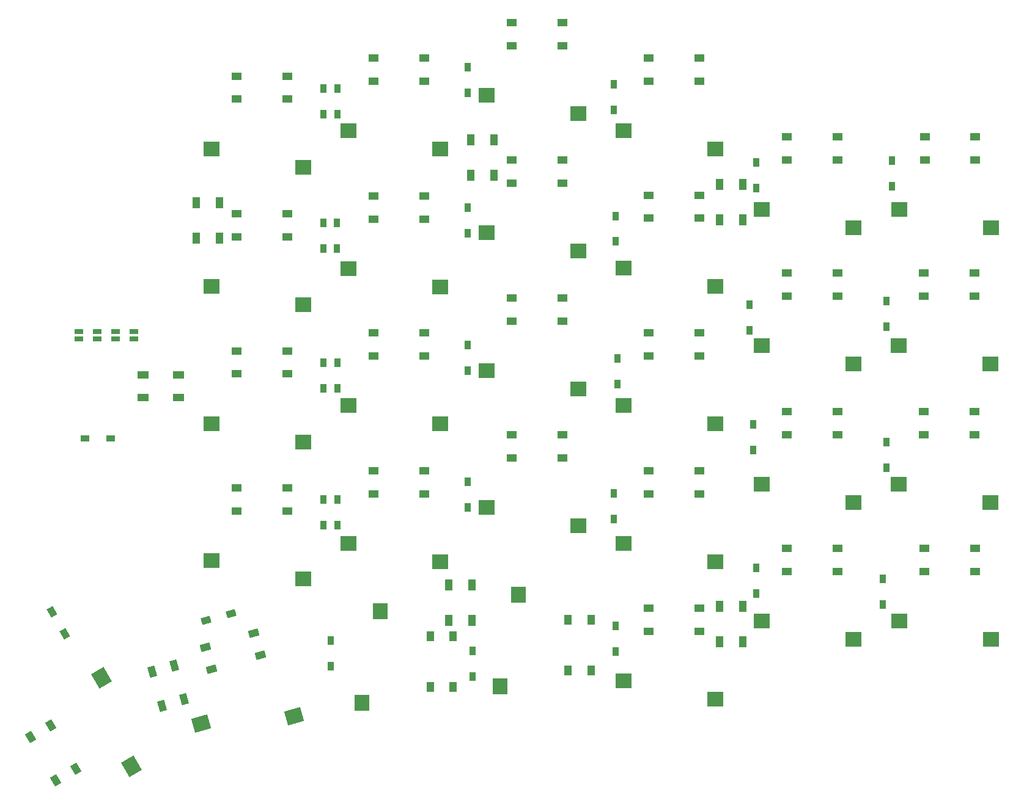
<source format=gtp>
G04 #@! TF.GenerationSoftware,KiCad,Pcbnew,(6.0.10)*
G04 #@! TF.CreationDate,2023-01-19T22:05:10+01:00*
G04 #@! TF.ProjectId,SofleKeyboard,536f666c-654b-4657-9962-6f6172642e6b,rev?*
G04 #@! TF.SameCoordinates,Original*
G04 #@! TF.FileFunction,Paste,Top*
G04 #@! TF.FilePolarity,Positive*
%FSLAX46Y46*%
G04 Gerber Fmt 4.6, Leading zero omitted, Abs format (unit mm)*
G04 Created by KiCad (PCBNEW (6.0.10)) date 2023-01-19 22:05:10*
%MOMM*%
%LPD*%
G01*
G04 APERTURE LIST*
G04 Aperture macros list*
%AMRotRect*
0 Rectangle, with rotation*
0 The origin of the aperture is its center*
0 $1 length*
0 $2 width*
0 $3 Rotation angle, in degrees counterclockwise*
0 Add horizontal line*
21,1,$1,$2,0,0,$3*%
G04 Aperture macros list end*
%ADD10R,1.143000X0.635000*%
%ADD11R,0.950000X1.300000*%
%ADD12R,1.300000X0.950000*%
%ADD13RotRect,1.300000X0.950000X300.000000*%
%ADD14RotRect,1.300000X0.950000X196.000000*%
%ADD15R,1.400000X1.000000*%
%ADD16R,2.300000X2.000000*%
%ADD17RotRect,1.400000X1.000000X300.000000*%
%ADD18RotRect,2.300000X2.000000X120.000000*%
%ADD19R,1.000000X1.400000*%
%ADD20R,2.000000X2.300000*%
%ADD21R,1.000000X1.500000*%
%ADD22RotRect,1.500000X1.000000X106.000000*%
%ADD23R,1.500000X1.000000*%
%ADD24RotRect,1.400000X1.000000X196.000000*%
%ADD25RotRect,2.300000X2.000000X16.000000*%
G04 APERTURE END LIST*
D10*
X102786000Y-77903000D03*
X102786000Y-78903760D03*
X100246000Y-77903000D03*
X100246000Y-78903760D03*
X97665000Y-77903000D03*
X97665000Y-78903760D03*
D11*
X129000000Y-44225000D03*
X129000000Y-47775000D03*
X131000000Y-44225000D03*
X131000000Y-47775000D03*
X149000000Y-41225000D03*
X149000000Y-44775000D03*
X169250000Y-43650000D03*
X169250000Y-47200000D03*
X189000000Y-54475000D03*
X189000000Y-58025000D03*
X207750000Y-54250000D03*
X207750000Y-57800000D03*
X129000000Y-62825000D03*
X129000000Y-66375000D03*
X130900000Y-62825000D03*
X130900000Y-66375000D03*
X149000000Y-60725000D03*
X149000000Y-64275000D03*
X169500000Y-61875000D03*
X169500000Y-65425000D03*
X188000000Y-74225000D03*
X188000000Y-77775000D03*
X207000000Y-73725000D03*
X207000000Y-77275000D03*
X129000000Y-82225000D03*
X129000000Y-85775000D03*
X131000000Y-82225000D03*
X131000000Y-85775000D03*
X149000000Y-79790000D03*
X149000000Y-83340000D03*
X169725000Y-81650000D03*
X169725000Y-85200000D03*
X188500000Y-90825000D03*
X188500000Y-94375000D03*
X207000000Y-93225000D03*
X207000000Y-96775000D03*
X129000000Y-101225000D03*
X129000000Y-104775000D03*
X131000000Y-101225000D03*
X131000000Y-104775000D03*
X149000000Y-98725000D03*
X149000000Y-102275000D03*
X169250000Y-100375000D03*
X169250000Y-103925000D03*
X189000000Y-110725000D03*
X189000000Y-114275000D03*
X206500000Y-112225000D03*
X206500000Y-115775000D03*
D12*
X96000000Y-92775000D03*
X99550000Y-92775000D03*
D13*
X91387500Y-116737805D03*
X93162500Y-119812195D03*
D14*
X116206240Y-117010744D03*
X112793760Y-117989256D03*
D11*
X130000000Y-120725000D03*
X130000000Y-124275000D03*
X149700000Y-122225000D03*
X149700000Y-125775000D03*
D15*
X124000000Y-42500000D03*
X124000000Y-45700000D03*
X117000000Y-45700000D03*
X117000000Y-42500000D03*
D16*
X113500000Y-52580000D03*
X126200000Y-55120000D03*
D15*
X143000000Y-40000000D03*
X143000000Y-43200000D03*
X136000000Y-43200000D03*
X136000000Y-40000000D03*
D16*
X132500000Y-50080000D03*
X145200000Y-52620000D03*
D15*
X162100000Y-35070000D03*
X162100000Y-38270000D03*
X155100000Y-38270000D03*
X155100000Y-35070000D03*
D16*
X151600000Y-45150000D03*
X164300000Y-47690000D03*
D15*
X181100000Y-40000000D03*
X181100000Y-43200000D03*
X174100000Y-43200000D03*
X174100000Y-40000000D03*
D16*
X170600000Y-50080000D03*
X183300000Y-52620000D03*
D15*
X200200000Y-50900000D03*
X200200000Y-54100000D03*
X193200000Y-54100000D03*
X193200000Y-50900000D03*
D16*
X189700000Y-60980000D03*
X202400000Y-63520000D03*
D15*
X124000000Y-61600000D03*
X124000000Y-64800000D03*
X117000000Y-64800000D03*
X117000000Y-61600000D03*
D16*
X113500000Y-71680000D03*
X126200000Y-74220000D03*
D15*
X143000000Y-59100000D03*
X143000000Y-62300000D03*
X136000000Y-62300000D03*
X136000000Y-59100000D03*
D16*
X132500000Y-69180000D03*
X145200000Y-71720000D03*
D15*
X162100000Y-54160000D03*
X162100000Y-57360000D03*
X155100000Y-57360000D03*
X155100000Y-54160000D03*
D16*
X151600000Y-64240000D03*
X164300000Y-66780000D03*
D15*
X181100000Y-59000000D03*
X181100000Y-62200000D03*
X174100000Y-62200000D03*
X174100000Y-59000000D03*
D16*
X170600000Y-69080000D03*
X183300000Y-71620000D03*
D15*
X200200000Y-69800000D03*
X200200000Y-73000000D03*
X193200000Y-73000000D03*
X193200000Y-69800000D03*
D16*
X189700000Y-79880000D03*
X202400000Y-82420000D03*
D15*
X219200000Y-69800000D03*
X219200000Y-73000000D03*
X212200000Y-73000000D03*
X212200000Y-69800000D03*
D16*
X208700000Y-79880000D03*
X221400000Y-82420000D03*
D15*
X124000000Y-80600000D03*
X124000000Y-83800000D03*
X117000000Y-83800000D03*
X117000000Y-80600000D03*
D16*
X113500000Y-90680000D03*
X126200000Y-93220000D03*
D15*
X143000000Y-78100000D03*
X143000000Y-81300000D03*
X136000000Y-81300000D03*
X136000000Y-78100000D03*
D16*
X132500000Y-88180000D03*
X145200000Y-90720000D03*
D15*
X162100000Y-73260000D03*
X162100000Y-76460000D03*
X155100000Y-76460000D03*
X155100000Y-73260000D03*
D16*
X151600000Y-83340000D03*
X164300000Y-85880000D03*
D15*
X181100000Y-78100000D03*
X181100000Y-81300000D03*
X174100000Y-81300000D03*
X174100000Y-78100000D03*
D16*
X170600000Y-88180000D03*
X183300000Y-90720000D03*
D15*
X200200000Y-89000000D03*
X200200000Y-92200000D03*
X193200000Y-92200000D03*
X193200000Y-89000000D03*
D16*
X189700000Y-99080000D03*
X202400000Y-101620000D03*
D15*
X219200000Y-89000000D03*
X219200000Y-92200000D03*
X212200000Y-92200000D03*
X212200000Y-89000000D03*
D16*
X208700000Y-99080000D03*
X221400000Y-101620000D03*
D15*
X124000000Y-99600000D03*
X124000000Y-102800000D03*
X117000000Y-102800000D03*
X117000000Y-99600000D03*
D16*
X113500000Y-109680000D03*
X126200000Y-112220000D03*
D15*
X143000000Y-97200000D03*
X143000000Y-100400000D03*
X136000000Y-100400000D03*
X136000000Y-97200000D03*
D16*
X132500000Y-107280000D03*
X145200000Y-109820000D03*
D15*
X162100000Y-92260000D03*
X162100000Y-95460000D03*
X155100000Y-95460000D03*
X155100000Y-92260000D03*
D16*
X151600000Y-102340000D03*
X164300000Y-104880000D03*
D15*
X181100000Y-97200000D03*
X181100000Y-100400000D03*
X174100000Y-100400000D03*
X174100000Y-97200000D03*
D16*
X170600000Y-107280000D03*
X183300000Y-109820000D03*
D15*
X200200000Y-108000000D03*
X200200000Y-111200000D03*
X193200000Y-111200000D03*
X193200000Y-108000000D03*
D16*
X189700000Y-118080000D03*
X202400000Y-120620000D03*
D15*
X219250000Y-108000000D03*
X219250000Y-111200000D03*
X212250000Y-111200000D03*
X212250000Y-108000000D03*
D16*
X208750000Y-118080000D03*
X221450000Y-120620000D03*
D17*
X88464809Y-134118911D03*
X91236091Y-132518911D03*
X94736091Y-138581089D03*
X91964809Y-140181089D03*
D18*
X102444346Y-138172178D03*
X98294050Y-125903655D03*
D19*
X147000000Y-127200000D03*
X143800000Y-127200000D03*
X143800000Y-120200000D03*
X147000000Y-120200000D03*
D20*
X136920000Y-116700000D03*
X134380000Y-129400000D03*
D19*
X166100000Y-124900000D03*
X162900000Y-124900000D03*
X162900000Y-117900000D03*
X166100000Y-117900000D03*
D20*
X156020000Y-114400000D03*
X153480000Y-127100000D03*
D10*
X95166000Y-77918240D03*
X95166000Y-78919000D03*
D11*
X169500000Y-118725000D03*
X169500000Y-122275000D03*
D21*
X114600000Y-60050000D03*
X111400000Y-60050000D03*
X111400000Y-64950000D03*
X114600000Y-64950000D03*
X149400000Y-56240000D03*
X152600000Y-56240000D03*
X152600000Y-51340000D03*
X149400000Y-51340000D03*
X187100000Y-57550000D03*
X183900000Y-57550000D03*
X183900000Y-62450000D03*
X187100000Y-62450000D03*
D22*
X106637293Y-129796111D03*
X109713330Y-128914071D03*
X108362707Y-124203889D03*
X105286670Y-125085929D03*
D21*
X149600000Y-113050000D03*
X146400000Y-113050000D03*
X146400000Y-117950000D03*
X149600000Y-117950000D03*
X187100000Y-116050000D03*
X183900000Y-116050000D03*
X183900000Y-120950000D03*
X187100000Y-120950000D03*
D23*
X108950000Y-87100000D03*
X108950000Y-83900000D03*
X104050000Y-83900000D03*
X104050000Y-87100000D03*
D15*
X181100000Y-116300000D03*
X181100000Y-119500000D03*
X174100000Y-119500000D03*
X174100000Y-116300000D03*
D16*
X170600000Y-126380000D03*
X183300000Y-128920000D03*
D24*
X119397136Y-119725807D03*
X120279175Y-122801844D03*
X113550343Y-124731305D03*
X112668304Y-121655268D03*
D25*
X112082313Y-132309517D03*
X124990455Y-131250527D03*
D15*
X219300000Y-50900000D03*
X219300000Y-54100000D03*
X212300000Y-54100000D03*
X212300000Y-50900000D03*
D16*
X208800000Y-60980000D03*
X221500000Y-63520000D03*
M02*

</source>
